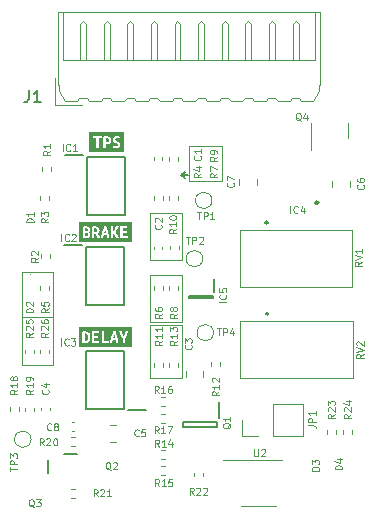
<source format=gbr>
%TF.GenerationSoftware,KiCad,Pcbnew,(6.0.8)*%
%TF.CreationDate,2023-06-01T04:28:43+02:00*%
%TF.ProjectId,BSPD-07,42535044-2d30-4372-9e6b-696361645f70,rev?*%
%TF.SameCoordinates,Original*%
%TF.FileFunction,Legend,Top*%
%TF.FilePolarity,Positive*%
%FSLAX46Y46*%
G04 Gerber Fmt 4.6, Leading zero omitted, Abs format (unit mm)*
G04 Created by KiCad (PCBNEW (6.0.8)) date 2023-06-01 04:28:43*
%MOMM*%
%LPD*%
G01*
G04 APERTURE LIST*
%ADD10C,0.150000*%
%ADD11C,0.100000*%
%ADD12C,0.120000*%
%ADD13C,0.200000*%
%ADD14C,0.250000*%
G04 APERTURE END LIST*
D10*
X163471600Y-106705400D02*
X163776400Y-106959400D01*
X163776400Y-106451400D02*
X163471600Y-106705400D01*
X164081200Y-106705400D02*
X163471600Y-106705400D01*
D11*
X160880800Y-109931200D02*
X163522400Y-109931200D01*
X163522400Y-109931200D02*
X163522400Y-113893600D01*
X163522400Y-113893600D02*
X160880800Y-113893600D01*
X160880800Y-113893600D02*
X160880800Y-109931200D01*
X164132000Y-104267000D02*
X166926000Y-104267000D01*
X166926000Y-104267000D02*
X166926000Y-107213400D01*
X166926000Y-107213400D02*
X164132000Y-107213400D01*
X164132000Y-107213400D02*
X164132000Y-104267000D01*
X150009600Y-114922300D02*
X152651200Y-114922300D01*
X152651200Y-114922300D02*
X152651200Y-118681500D01*
X152651200Y-118681500D02*
X150009600Y-118681500D01*
X150009600Y-118681500D02*
X150009600Y-114922300D01*
X160880800Y-119405400D02*
X163522400Y-119405400D01*
X163522400Y-119405400D02*
X163522400Y-123875800D01*
X163522400Y-123875800D02*
X160880800Y-123875800D01*
X160880800Y-123875800D02*
X160880800Y-119405400D01*
X160880800Y-115163600D02*
X163522400Y-115163600D01*
X163522400Y-115163600D02*
X163522400Y-119126000D01*
X163522400Y-119126000D02*
X160880800Y-119126000D01*
X160880800Y-119126000D02*
X160880800Y-115163600D01*
X150009600Y-118694200D02*
X152651200Y-118694200D01*
X152651200Y-118694200D02*
X152651200Y-122732800D01*
X152651200Y-122732800D02*
X150009600Y-122732800D01*
X150009600Y-122732800D02*
X150009600Y-118694200D01*
%TO.C,TP2*%
X163901457Y-111914028D02*
X164244314Y-111914028D01*
X164072885Y-112514028D02*
X164072885Y-111914028D01*
X164444314Y-112514028D02*
X164444314Y-111914028D01*
X164672885Y-111914028D01*
X164730028Y-111942600D01*
X164758600Y-111971171D01*
X164787171Y-112028314D01*
X164787171Y-112114028D01*
X164758600Y-112171171D01*
X164730028Y-112199742D01*
X164672885Y-112228314D01*
X164444314Y-112228314D01*
X165015742Y-111971171D02*
X165044314Y-111942600D01*
X165101457Y-111914028D01*
X165244314Y-111914028D01*
X165301457Y-111942600D01*
X165330028Y-111971171D01*
X165358600Y-112028314D01*
X165358600Y-112085457D01*
X165330028Y-112171171D01*
X164987171Y-112514028D01*
X165358600Y-112514028D01*
%TO.C,R18*%
X149620628Y-124864800D02*
X149334914Y-125064800D01*
X149620628Y-125207657D02*
X149020628Y-125207657D01*
X149020628Y-124979086D01*
X149049200Y-124921943D01*
X149077771Y-124893371D01*
X149134914Y-124864800D01*
X149220628Y-124864800D01*
X149277771Y-124893371D01*
X149306342Y-124921943D01*
X149334914Y-124979086D01*
X149334914Y-125207657D01*
X149620628Y-124293371D02*
X149620628Y-124636228D01*
X149620628Y-124464800D02*
X149020628Y-124464800D01*
X149106342Y-124521943D01*
X149163485Y-124579086D01*
X149192057Y-124636228D01*
X149277771Y-123950514D02*
X149249200Y-124007657D01*
X149220628Y-124036228D01*
X149163485Y-124064800D01*
X149134914Y-124064800D01*
X149077771Y-124036228D01*
X149049200Y-124007657D01*
X149020628Y-123950514D01*
X149020628Y-123836228D01*
X149049200Y-123779086D01*
X149077771Y-123750514D01*
X149134914Y-123721943D01*
X149163485Y-123721943D01*
X149220628Y-123750514D01*
X149249200Y-123779086D01*
X149277771Y-123836228D01*
X149277771Y-123950514D01*
X149306342Y-124007657D01*
X149334914Y-124036228D01*
X149392057Y-124064800D01*
X149506342Y-124064800D01*
X149563485Y-124036228D01*
X149592057Y-124007657D01*
X149620628Y-123950514D01*
X149620628Y-123836228D01*
X149592057Y-123779086D01*
X149563485Y-123750514D01*
X149506342Y-123721943D01*
X149392057Y-123721943D01*
X149334914Y-123750514D01*
X149306342Y-123779086D01*
X149277771Y-123836228D01*
%TO.C,R23*%
X176493828Y-126935514D02*
X176208114Y-127135514D01*
X176493828Y-127278371D02*
X175893828Y-127278371D01*
X175893828Y-127049800D01*
X175922400Y-126992657D01*
X175950971Y-126964085D01*
X176008114Y-126935514D01*
X176093828Y-126935514D01*
X176150971Y-126964085D01*
X176179542Y-126992657D01*
X176208114Y-127049800D01*
X176208114Y-127278371D01*
X175950971Y-126706942D02*
X175922400Y-126678371D01*
X175893828Y-126621228D01*
X175893828Y-126478371D01*
X175922400Y-126421228D01*
X175950971Y-126392657D01*
X176008114Y-126364085D01*
X176065257Y-126364085D01*
X176150971Y-126392657D01*
X176493828Y-126735514D01*
X176493828Y-126364085D01*
X175893828Y-126164085D02*
X175893828Y-125792657D01*
X176122400Y-125992657D01*
X176122400Y-125906942D01*
X176150971Y-125849800D01*
X176179542Y-125821228D01*
X176236685Y-125792657D01*
X176379542Y-125792657D01*
X176436685Y-125821228D01*
X176465257Y-125849800D01*
X176493828Y-125906942D01*
X176493828Y-126078371D01*
X176465257Y-126135514D01*
X176436685Y-126164085D01*
%TO.C,R15*%
X161614685Y-133037228D02*
X161414685Y-132751514D01*
X161271828Y-133037228D02*
X161271828Y-132437228D01*
X161500400Y-132437228D01*
X161557542Y-132465800D01*
X161586114Y-132494371D01*
X161614685Y-132551514D01*
X161614685Y-132637228D01*
X161586114Y-132694371D01*
X161557542Y-132722942D01*
X161500400Y-132751514D01*
X161271828Y-132751514D01*
X162186114Y-133037228D02*
X161843257Y-133037228D01*
X162014685Y-133037228D02*
X162014685Y-132437228D01*
X161957542Y-132522942D01*
X161900400Y-132580085D01*
X161843257Y-132608657D01*
X162728971Y-132437228D02*
X162443257Y-132437228D01*
X162414685Y-132722942D01*
X162443257Y-132694371D01*
X162500400Y-132665800D01*
X162643257Y-132665800D01*
X162700400Y-132694371D01*
X162728971Y-132722942D01*
X162757542Y-132780085D01*
X162757542Y-132922942D01*
X162728971Y-132980085D01*
X162700400Y-133008657D01*
X162643257Y-133037228D01*
X162500400Y-133037228D01*
X162443257Y-133008657D01*
X162414685Y-132980085D01*
%TO.C,C5*%
X159891800Y-128763685D02*
X159863228Y-128792257D01*
X159777514Y-128820828D01*
X159720371Y-128820828D01*
X159634657Y-128792257D01*
X159577514Y-128735114D01*
X159548942Y-128677971D01*
X159520371Y-128563685D01*
X159520371Y-128477971D01*
X159548942Y-128363685D01*
X159577514Y-128306542D01*
X159634657Y-128249400D01*
X159720371Y-128220828D01*
X159777514Y-128220828D01*
X159863228Y-128249400D01*
X159891800Y-128277971D01*
X160434657Y-128220828D02*
X160148942Y-128220828D01*
X160120371Y-128506542D01*
X160148942Y-128477971D01*
X160206085Y-128449400D01*
X160348942Y-128449400D01*
X160406085Y-128477971D01*
X160434657Y-128506542D01*
X160463228Y-128563685D01*
X160463228Y-128706542D01*
X160434657Y-128763685D01*
X160406085Y-128792257D01*
X160348942Y-128820828D01*
X160206085Y-128820828D01*
X160148942Y-128792257D01*
X160120371Y-128763685D01*
%TO.C,D2*%
X150942228Y-118324257D02*
X150342228Y-118324257D01*
X150342228Y-118181400D01*
X150370800Y-118095685D01*
X150427942Y-118038542D01*
X150485085Y-118009971D01*
X150599371Y-117981400D01*
X150685085Y-117981400D01*
X150799371Y-118009971D01*
X150856514Y-118038542D01*
X150913657Y-118095685D01*
X150942228Y-118181400D01*
X150942228Y-118324257D01*
X150399371Y-117752828D02*
X150370800Y-117724257D01*
X150342228Y-117667114D01*
X150342228Y-117524257D01*
X150370800Y-117467114D01*
X150399371Y-117438542D01*
X150456514Y-117409971D01*
X150513657Y-117409971D01*
X150599371Y-117438542D01*
X150942228Y-117781400D01*
X150942228Y-117409971D01*
%TO.C,R4*%
X165165428Y-106551400D02*
X164879714Y-106751400D01*
X165165428Y-106894257D02*
X164565428Y-106894257D01*
X164565428Y-106665685D01*
X164594000Y-106608542D01*
X164622571Y-106579971D01*
X164679714Y-106551400D01*
X164765428Y-106551400D01*
X164822571Y-106579971D01*
X164851142Y-106608542D01*
X164879714Y-106665685D01*
X164879714Y-106894257D01*
X164765428Y-106037114D02*
X165165428Y-106037114D01*
X164536857Y-106179971D02*
X164965428Y-106322828D01*
X164965428Y-105951400D01*
%TO.C,RV1*%
X178779828Y-114022142D02*
X178494114Y-114222142D01*
X178779828Y-114365000D02*
X178179828Y-114365000D01*
X178179828Y-114136428D01*
X178208400Y-114079285D01*
X178236971Y-114050714D01*
X178294114Y-114022142D01*
X178379828Y-114022142D01*
X178436971Y-114050714D01*
X178465542Y-114079285D01*
X178494114Y-114136428D01*
X178494114Y-114365000D01*
X178179828Y-113850714D02*
X178779828Y-113650714D01*
X178179828Y-113450714D01*
X178779828Y-112936428D02*
X178779828Y-113279285D01*
X178779828Y-113107857D02*
X178179828Y-113107857D01*
X178265542Y-113165000D01*
X178322685Y-113222142D01*
X178351257Y-113279285D01*
%TO.C,IC1*%
X153462485Y-104665428D02*
X153462485Y-104065428D01*
X154091057Y-104608285D02*
X154062485Y-104636857D01*
X153976771Y-104665428D01*
X153919628Y-104665428D01*
X153833914Y-104636857D01*
X153776771Y-104579714D01*
X153748200Y-104522571D01*
X153719628Y-104408285D01*
X153719628Y-104322571D01*
X153748200Y-104208285D01*
X153776771Y-104151142D01*
X153833914Y-104094000D01*
X153919628Y-104065428D01*
X153976771Y-104065428D01*
X154062485Y-104094000D01*
X154091057Y-104122571D01*
X154662485Y-104665428D02*
X154319628Y-104665428D01*
X154491057Y-104665428D02*
X154491057Y-104065428D01*
X154433914Y-104151142D01*
X154376771Y-104208285D01*
X154319628Y-104236857D01*
%TO.C,C4*%
X152230485Y-124864800D02*
X152259057Y-124893371D01*
X152287628Y-124979085D01*
X152287628Y-125036228D01*
X152259057Y-125121942D01*
X152201914Y-125179085D01*
X152144771Y-125207657D01*
X152030485Y-125236228D01*
X151944771Y-125236228D01*
X151830485Y-125207657D01*
X151773342Y-125179085D01*
X151716200Y-125121942D01*
X151687628Y-125036228D01*
X151687628Y-124979085D01*
X151716200Y-124893371D01*
X151744771Y-124864800D01*
X151887628Y-124350514D02*
X152287628Y-124350514D01*
X151659057Y-124493371D02*
X152087628Y-124636228D01*
X152087628Y-124264800D01*
%TO.C,C3*%
X164320885Y-121080200D02*
X164349457Y-121108771D01*
X164378028Y-121194485D01*
X164378028Y-121251628D01*
X164349457Y-121337342D01*
X164292314Y-121394485D01*
X164235171Y-121423057D01*
X164120885Y-121451628D01*
X164035171Y-121451628D01*
X163920885Y-121423057D01*
X163863742Y-121394485D01*
X163806600Y-121337342D01*
X163778028Y-121251628D01*
X163778028Y-121194485D01*
X163806600Y-121108771D01*
X163835171Y-121080200D01*
X163778028Y-120880200D02*
X163778028Y-120508771D01*
X164006600Y-120708771D01*
X164006600Y-120623057D01*
X164035171Y-120565914D01*
X164063742Y-120537342D01*
X164120885Y-120508771D01*
X164263742Y-120508771D01*
X164320885Y-120537342D01*
X164349457Y-120565914D01*
X164378028Y-120623057D01*
X164378028Y-120794485D01*
X164349457Y-120851628D01*
X164320885Y-120880200D01*
%TO.C,R5*%
X152262228Y-117981400D02*
X151976514Y-118181400D01*
X152262228Y-118324257D02*
X151662228Y-118324257D01*
X151662228Y-118095685D01*
X151690800Y-118038542D01*
X151719371Y-118009971D01*
X151776514Y-117981400D01*
X151862228Y-117981400D01*
X151919371Y-118009971D01*
X151947942Y-118038542D01*
X151976514Y-118095685D01*
X151976514Y-118324257D01*
X151662228Y-117438542D02*
X151662228Y-117724257D01*
X151947942Y-117752828D01*
X151919371Y-117724257D01*
X151890800Y-117667114D01*
X151890800Y-117524257D01*
X151919371Y-117467114D01*
X151947942Y-117438542D01*
X152005085Y-117409971D01*
X152147942Y-117409971D01*
X152205085Y-117438542D01*
X152233657Y-117467114D01*
X152262228Y-117524257D01*
X152262228Y-117667114D01*
X152233657Y-117724257D01*
X152205085Y-117752828D01*
%TO.C,R12*%
X166696228Y-124998114D02*
X166410514Y-125198114D01*
X166696228Y-125340971D02*
X166096228Y-125340971D01*
X166096228Y-125112400D01*
X166124800Y-125055257D01*
X166153371Y-125026685D01*
X166210514Y-124998114D01*
X166296228Y-124998114D01*
X166353371Y-125026685D01*
X166381942Y-125055257D01*
X166410514Y-125112400D01*
X166410514Y-125340971D01*
X166696228Y-124426685D02*
X166696228Y-124769542D01*
X166696228Y-124598114D02*
X166096228Y-124598114D01*
X166181942Y-124655257D01*
X166239085Y-124712400D01*
X166267657Y-124769542D01*
X166153371Y-124198114D02*
X166124800Y-124169542D01*
X166096228Y-124112400D01*
X166096228Y-123969542D01*
X166124800Y-123912400D01*
X166153371Y-123883828D01*
X166210514Y-123855257D01*
X166267657Y-123855257D01*
X166353371Y-123883828D01*
X166696228Y-124226685D01*
X166696228Y-123855257D01*
%TO.C,R7*%
X166537028Y-106551400D02*
X166251314Y-106751400D01*
X166537028Y-106894257D02*
X165937028Y-106894257D01*
X165937028Y-106665685D01*
X165965600Y-106608542D01*
X165994171Y-106579971D01*
X166051314Y-106551400D01*
X166137028Y-106551400D01*
X166194171Y-106579971D01*
X166222742Y-106608542D01*
X166251314Y-106665685D01*
X166251314Y-106894257D01*
X165937028Y-106351400D02*
X165937028Y-105951400D01*
X166537028Y-106208542D01*
%TO.C,R20*%
X151859085Y-129582828D02*
X151659085Y-129297114D01*
X151516228Y-129582828D02*
X151516228Y-128982828D01*
X151744800Y-128982828D01*
X151801942Y-129011400D01*
X151830514Y-129039971D01*
X151859085Y-129097114D01*
X151859085Y-129182828D01*
X151830514Y-129239971D01*
X151801942Y-129268542D01*
X151744800Y-129297114D01*
X151516228Y-129297114D01*
X152087657Y-129039971D02*
X152116228Y-129011400D01*
X152173371Y-128982828D01*
X152316228Y-128982828D01*
X152373371Y-129011400D01*
X152401942Y-129039971D01*
X152430514Y-129097114D01*
X152430514Y-129154257D01*
X152401942Y-129239971D01*
X152059085Y-129582828D01*
X152430514Y-129582828D01*
X152801942Y-128982828D02*
X152859085Y-128982828D01*
X152916228Y-129011400D01*
X152944800Y-129039971D01*
X152973371Y-129097114D01*
X153001942Y-129211400D01*
X153001942Y-129354257D01*
X152973371Y-129468542D01*
X152944800Y-129525685D01*
X152916228Y-129554257D01*
X152859085Y-129582828D01*
X152801942Y-129582828D01*
X152744800Y-129554257D01*
X152716228Y-129525685D01*
X152687657Y-129468542D01*
X152659085Y-129354257D01*
X152659085Y-129211400D01*
X152687657Y-129097114D01*
X152716228Y-129039971D01*
X152744800Y-129011400D01*
X152801942Y-128982828D01*
%TO.C,D4*%
X177103428Y-131615457D02*
X176503428Y-131615457D01*
X176503428Y-131472600D01*
X176532000Y-131386885D01*
X176589142Y-131329742D01*
X176646285Y-131301171D01*
X176760571Y-131272600D01*
X176846285Y-131272600D01*
X176960571Y-131301171D01*
X177017714Y-131329742D01*
X177074857Y-131386885D01*
X177103428Y-131472600D01*
X177103428Y-131615457D01*
X176703428Y-130758314D02*
X177103428Y-130758314D01*
X176474857Y-130901171D02*
X176903428Y-131044028D01*
X176903428Y-130672600D01*
%TO.C,D3*%
X175173028Y-131717057D02*
X174573028Y-131717057D01*
X174573028Y-131574200D01*
X174601600Y-131488485D01*
X174658742Y-131431342D01*
X174715885Y-131402771D01*
X174830171Y-131374200D01*
X174915885Y-131374200D01*
X175030171Y-131402771D01*
X175087314Y-131431342D01*
X175144457Y-131488485D01*
X175173028Y-131574200D01*
X175173028Y-131717057D01*
X174573028Y-131174200D02*
X174573028Y-130802771D01*
X174801600Y-131002771D01*
X174801600Y-130917057D01*
X174830171Y-130859914D01*
X174858742Y-130831342D01*
X174915885Y-130802771D01*
X175058742Y-130802771D01*
X175115885Y-130831342D01*
X175144457Y-130859914D01*
X175173028Y-130917057D01*
X175173028Y-131088485D01*
X175144457Y-131145628D01*
X175115885Y-131174200D01*
%TO.C,R11*%
X161863428Y-120705514D02*
X161577714Y-120905514D01*
X161863428Y-121048371D02*
X161263428Y-121048371D01*
X161263428Y-120819800D01*
X161292000Y-120762657D01*
X161320571Y-120734085D01*
X161377714Y-120705514D01*
X161463428Y-120705514D01*
X161520571Y-120734085D01*
X161549142Y-120762657D01*
X161577714Y-120819800D01*
X161577714Y-121048371D01*
X161863428Y-120134085D02*
X161863428Y-120476942D01*
X161863428Y-120305514D02*
X161263428Y-120305514D01*
X161349142Y-120362657D01*
X161406285Y-120419800D01*
X161434857Y-120476942D01*
X161863428Y-119562657D02*
X161863428Y-119905514D01*
X161863428Y-119734085D02*
X161263428Y-119734085D01*
X161349142Y-119791228D01*
X161406285Y-119848371D01*
X161434857Y-119905514D01*
%TO.C,R21*%
X156431085Y-133900828D02*
X156231085Y-133615114D01*
X156088228Y-133900828D02*
X156088228Y-133300828D01*
X156316800Y-133300828D01*
X156373942Y-133329400D01*
X156402514Y-133357971D01*
X156431085Y-133415114D01*
X156431085Y-133500828D01*
X156402514Y-133557971D01*
X156373942Y-133586542D01*
X156316800Y-133615114D01*
X156088228Y-133615114D01*
X156659657Y-133357971D02*
X156688228Y-133329400D01*
X156745371Y-133300828D01*
X156888228Y-133300828D01*
X156945371Y-133329400D01*
X156973942Y-133357971D01*
X157002514Y-133415114D01*
X157002514Y-133472257D01*
X156973942Y-133557971D01*
X156631085Y-133900828D01*
X157002514Y-133900828D01*
X157573942Y-133900828D02*
X157231085Y-133900828D01*
X157402514Y-133900828D02*
X157402514Y-133300828D01*
X157345371Y-133386542D01*
X157288228Y-133443685D01*
X157231085Y-133472257D01*
%TO.C,IC2*%
X153360885Y-112285428D02*
X153360885Y-111685428D01*
X153989457Y-112228285D02*
X153960885Y-112256857D01*
X153875171Y-112285428D01*
X153818028Y-112285428D01*
X153732314Y-112256857D01*
X153675171Y-112199714D01*
X153646600Y-112142571D01*
X153618028Y-112028285D01*
X153618028Y-111942571D01*
X153646600Y-111828285D01*
X153675171Y-111771142D01*
X153732314Y-111714000D01*
X153818028Y-111685428D01*
X153875171Y-111685428D01*
X153960885Y-111714000D01*
X153989457Y-111742571D01*
X154218028Y-111742571D02*
X154246600Y-111714000D01*
X154303742Y-111685428D01*
X154446600Y-111685428D01*
X154503742Y-111714000D01*
X154532314Y-111742571D01*
X154560885Y-111799714D01*
X154560885Y-111856857D01*
X154532314Y-111942571D01*
X154189457Y-112285428D01*
X154560885Y-112285428D01*
%TO.C,IC4*%
X172741085Y-109897828D02*
X172741085Y-109297828D01*
X173369657Y-109840685D02*
X173341085Y-109869257D01*
X173255371Y-109897828D01*
X173198228Y-109897828D01*
X173112514Y-109869257D01*
X173055371Y-109812114D01*
X173026800Y-109754971D01*
X172998228Y-109640685D01*
X172998228Y-109554971D01*
X173026800Y-109440685D01*
X173055371Y-109383542D01*
X173112514Y-109326400D01*
X173198228Y-109297828D01*
X173255371Y-109297828D01*
X173341085Y-109326400D01*
X173369657Y-109354971D01*
X173883942Y-109497828D02*
X173883942Y-109897828D01*
X173741085Y-109269257D02*
X173598228Y-109697828D01*
X173969657Y-109697828D01*
%TO.C,C2*%
X161780885Y-110894800D02*
X161809457Y-110923371D01*
X161838028Y-111009085D01*
X161838028Y-111066228D01*
X161809457Y-111151942D01*
X161752314Y-111209085D01*
X161695171Y-111237657D01*
X161580885Y-111266228D01*
X161495171Y-111266228D01*
X161380885Y-111237657D01*
X161323742Y-111209085D01*
X161266600Y-111151942D01*
X161238028Y-111066228D01*
X161238028Y-111009085D01*
X161266600Y-110923371D01*
X161295171Y-110894800D01*
X161295171Y-110666228D02*
X161266600Y-110637657D01*
X161238028Y-110580514D01*
X161238028Y-110437657D01*
X161266600Y-110380514D01*
X161295171Y-110351942D01*
X161352314Y-110323371D01*
X161409457Y-110323371D01*
X161495171Y-110351942D01*
X161838028Y-110694800D01*
X161838028Y-110323371D01*
%TO.C,D1*%
X150992228Y-110704257D02*
X150392228Y-110704257D01*
X150392228Y-110561400D01*
X150420800Y-110475685D01*
X150477942Y-110418542D01*
X150535085Y-110389971D01*
X150649371Y-110361400D01*
X150735085Y-110361400D01*
X150849371Y-110389971D01*
X150906514Y-110418542D01*
X150963657Y-110475685D01*
X150992228Y-110561400D01*
X150992228Y-110704257D01*
X150992228Y-109789971D02*
X150992228Y-110132828D01*
X150992228Y-109961400D02*
X150392228Y-109961400D01*
X150477942Y-110018542D01*
X150535085Y-110075685D01*
X150563657Y-110132828D01*
%TO.C,C6*%
X178929485Y-107516600D02*
X178958057Y-107545171D01*
X178986628Y-107630885D01*
X178986628Y-107688028D01*
X178958057Y-107773742D01*
X178900914Y-107830885D01*
X178843771Y-107859457D01*
X178729485Y-107888028D01*
X178643771Y-107888028D01*
X178529485Y-107859457D01*
X178472342Y-107830885D01*
X178415200Y-107773742D01*
X178386628Y-107688028D01*
X178386628Y-107630885D01*
X178415200Y-107545171D01*
X178443771Y-107516600D01*
X178386628Y-107002314D02*
X178386628Y-107116600D01*
X178415200Y-107173742D01*
X178443771Y-107202314D01*
X178529485Y-107259457D01*
X178643771Y-107288028D01*
X178872342Y-107288028D01*
X178929485Y-107259457D01*
X178958057Y-107230885D01*
X178986628Y-107173742D01*
X178986628Y-107059457D01*
X178958057Y-107002314D01*
X178929485Y-106973742D01*
X178872342Y-106945171D01*
X178729485Y-106945171D01*
X178672342Y-106973742D01*
X178643771Y-107002314D01*
X178615200Y-107059457D01*
X178615200Y-107173742D01*
X178643771Y-107230885D01*
X178672342Y-107259457D01*
X178729485Y-107288028D01*
%TO.C,R9*%
X166537028Y-105129000D02*
X166251314Y-105329000D01*
X166537028Y-105471857D02*
X165937028Y-105471857D01*
X165937028Y-105243285D01*
X165965600Y-105186142D01*
X165994171Y-105157571D01*
X166051314Y-105129000D01*
X166137028Y-105129000D01*
X166194171Y-105157571D01*
X166222742Y-105186142D01*
X166251314Y-105243285D01*
X166251314Y-105471857D01*
X166537028Y-104843285D02*
X166537028Y-104729000D01*
X166508457Y-104671857D01*
X166479885Y-104643285D01*
X166394171Y-104586142D01*
X166279885Y-104557571D01*
X166051314Y-104557571D01*
X165994171Y-104586142D01*
X165965600Y-104614714D01*
X165937028Y-104671857D01*
X165937028Y-104786142D01*
X165965600Y-104843285D01*
X165994171Y-104871857D01*
X166051314Y-104900428D01*
X166194171Y-104900428D01*
X166251314Y-104871857D01*
X166279885Y-104843285D01*
X166308457Y-104786142D01*
X166308457Y-104671857D01*
X166279885Y-104614714D01*
X166251314Y-104586142D01*
X166194171Y-104557571D01*
%TO.C,IC5*%
X167331228Y-117451114D02*
X166731228Y-117451114D01*
X167274085Y-116822542D02*
X167302657Y-116851114D01*
X167331228Y-116936828D01*
X167331228Y-116993971D01*
X167302657Y-117079685D01*
X167245514Y-117136828D01*
X167188371Y-117165400D01*
X167074085Y-117193971D01*
X166988371Y-117193971D01*
X166874085Y-117165400D01*
X166816942Y-117136828D01*
X166759800Y-117079685D01*
X166731228Y-116993971D01*
X166731228Y-116936828D01*
X166759800Y-116851114D01*
X166788371Y-116822542D01*
X166731228Y-116279685D02*
X166731228Y-116565400D01*
X167016942Y-116593971D01*
X166988371Y-116565400D01*
X166959800Y-116508257D01*
X166959800Y-116365400D01*
X166988371Y-116308257D01*
X167016942Y-116279685D01*
X167074085Y-116251114D01*
X167216942Y-116251114D01*
X167274085Y-116279685D01*
X167302657Y-116308257D01*
X167331228Y-116365400D01*
X167331228Y-116508257D01*
X167302657Y-116565400D01*
X167274085Y-116593971D01*
%TO.C,IC3*%
X153335485Y-121124628D02*
X153335485Y-120524628D01*
X153964057Y-121067485D02*
X153935485Y-121096057D01*
X153849771Y-121124628D01*
X153792628Y-121124628D01*
X153706914Y-121096057D01*
X153649771Y-121038914D01*
X153621200Y-120981771D01*
X153592628Y-120867485D01*
X153592628Y-120781771D01*
X153621200Y-120667485D01*
X153649771Y-120610342D01*
X153706914Y-120553200D01*
X153792628Y-120524628D01*
X153849771Y-120524628D01*
X153935485Y-120553200D01*
X153964057Y-120581771D01*
X154164057Y-120524628D02*
X154535485Y-120524628D01*
X154335485Y-120753200D01*
X154421200Y-120753200D01*
X154478342Y-120781771D01*
X154506914Y-120810342D01*
X154535485Y-120867485D01*
X154535485Y-121010342D01*
X154506914Y-121067485D01*
X154478342Y-121096057D01*
X154421200Y-121124628D01*
X154249771Y-121124628D01*
X154192628Y-121096057D01*
X154164057Y-121067485D01*
%TO.C,TP1*%
X164848057Y-109831228D02*
X165190914Y-109831228D01*
X165019485Y-110431228D02*
X165019485Y-109831228D01*
X165390914Y-110431228D02*
X165390914Y-109831228D01*
X165619485Y-109831228D01*
X165676628Y-109859800D01*
X165705200Y-109888371D01*
X165733771Y-109945514D01*
X165733771Y-110031228D01*
X165705200Y-110088371D01*
X165676628Y-110116942D01*
X165619485Y-110145514D01*
X165390914Y-110145514D01*
X166305200Y-110431228D02*
X165962342Y-110431228D01*
X166133771Y-110431228D02*
X166133771Y-109831228D01*
X166076628Y-109916942D01*
X166019485Y-109974085D01*
X165962342Y-110002657D01*
%TO.C,U2*%
X169669257Y-129897228D02*
X169669257Y-130382942D01*
X169697828Y-130440085D01*
X169726400Y-130468657D01*
X169783542Y-130497228D01*
X169897828Y-130497228D01*
X169954971Y-130468657D01*
X169983542Y-130440085D01*
X170012114Y-130382942D01*
X170012114Y-129897228D01*
X170269257Y-129954371D02*
X170297828Y-129925800D01*
X170354971Y-129897228D01*
X170497828Y-129897228D01*
X170554971Y-129925800D01*
X170583542Y-129954371D01*
X170612114Y-130011514D01*
X170612114Y-130068657D01*
X170583542Y-130154371D01*
X170240685Y-130497228D01*
X170612114Y-130497228D01*
%TO.C,R26*%
X152211428Y-120045114D02*
X151925714Y-120245114D01*
X152211428Y-120387971D02*
X151611428Y-120387971D01*
X151611428Y-120159400D01*
X151640000Y-120102257D01*
X151668571Y-120073685D01*
X151725714Y-120045114D01*
X151811428Y-120045114D01*
X151868571Y-120073685D01*
X151897142Y-120102257D01*
X151925714Y-120159400D01*
X151925714Y-120387971D01*
X151668571Y-119816542D02*
X151640000Y-119787971D01*
X151611428Y-119730828D01*
X151611428Y-119587971D01*
X151640000Y-119530828D01*
X151668571Y-119502257D01*
X151725714Y-119473685D01*
X151782857Y-119473685D01*
X151868571Y-119502257D01*
X152211428Y-119845114D01*
X152211428Y-119473685D01*
X151611428Y-118959400D02*
X151611428Y-119073685D01*
X151640000Y-119130828D01*
X151668571Y-119159400D01*
X151754285Y-119216542D01*
X151868571Y-119245114D01*
X152097142Y-119245114D01*
X152154285Y-119216542D01*
X152182857Y-119187971D01*
X152211428Y-119130828D01*
X152211428Y-119016542D01*
X152182857Y-118959400D01*
X152154285Y-118930828D01*
X152097142Y-118902257D01*
X151954285Y-118902257D01*
X151897142Y-118930828D01*
X151868571Y-118959400D01*
X151840000Y-119016542D01*
X151840000Y-119130828D01*
X151868571Y-119187971D01*
X151897142Y-119216542D01*
X151954285Y-119245114D01*
%TO.C,R10*%
X163082628Y-111256714D02*
X162796914Y-111456714D01*
X163082628Y-111599571D02*
X162482628Y-111599571D01*
X162482628Y-111371000D01*
X162511200Y-111313857D01*
X162539771Y-111285285D01*
X162596914Y-111256714D01*
X162682628Y-111256714D01*
X162739771Y-111285285D01*
X162768342Y-111313857D01*
X162796914Y-111371000D01*
X162796914Y-111599571D01*
X163082628Y-110685285D02*
X163082628Y-111028142D01*
X163082628Y-110856714D02*
X162482628Y-110856714D01*
X162568342Y-110913857D01*
X162625485Y-110971000D01*
X162654057Y-111028142D01*
X162482628Y-110313857D02*
X162482628Y-110256714D01*
X162511200Y-110199571D01*
X162539771Y-110171000D01*
X162596914Y-110142428D01*
X162711200Y-110113857D01*
X162854057Y-110113857D01*
X162968342Y-110142428D01*
X163025485Y-110171000D01*
X163054057Y-110199571D01*
X163082628Y-110256714D01*
X163082628Y-110313857D01*
X163054057Y-110371000D01*
X163025485Y-110399571D01*
X162968342Y-110428142D01*
X162854057Y-110456714D01*
X162711200Y-110456714D01*
X162596914Y-110428142D01*
X162539771Y-110399571D01*
X162511200Y-110371000D01*
X162482628Y-110313857D01*
%TO.C,RV2*%
X178932228Y-121845342D02*
X178646514Y-122045342D01*
X178932228Y-122188200D02*
X178332228Y-122188200D01*
X178332228Y-121959628D01*
X178360800Y-121902485D01*
X178389371Y-121873914D01*
X178446514Y-121845342D01*
X178532228Y-121845342D01*
X178589371Y-121873914D01*
X178617942Y-121902485D01*
X178646514Y-121959628D01*
X178646514Y-122188200D01*
X178332228Y-121673914D02*
X178932228Y-121473914D01*
X178332228Y-121273914D01*
X178389371Y-121102485D02*
X178360800Y-121073914D01*
X178332228Y-121016771D01*
X178332228Y-120873914D01*
X178360800Y-120816771D01*
X178389371Y-120788200D01*
X178446514Y-120759628D01*
X178503657Y-120759628D01*
X178589371Y-120788200D01*
X178932228Y-121131057D01*
X178932228Y-120759628D01*
%TO.C,R16*%
X161587285Y-125137828D02*
X161387285Y-124852114D01*
X161244428Y-125137828D02*
X161244428Y-124537828D01*
X161473000Y-124537828D01*
X161530142Y-124566400D01*
X161558714Y-124594971D01*
X161587285Y-124652114D01*
X161587285Y-124737828D01*
X161558714Y-124794971D01*
X161530142Y-124823542D01*
X161473000Y-124852114D01*
X161244428Y-124852114D01*
X162158714Y-125137828D02*
X161815857Y-125137828D01*
X161987285Y-125137828D02*
X161987285Y-124537828D01*
X161930142Y-124623542D01*
X161873000Y-124680685D01*
X161815857Y-124709257D01*
X162673000Y-124537828D02*
X162558714Y-124537828D01*
X162501571Y-124566400D01*
X162473000Y-124594971D01*
X162415857Y-124680685D01*
X162387285Y-124794971D01*
X162387285Y-125023542D01*
X162415857Y-125080685D01*
X162444428Y-125109257D01*
X162501571Y-125137828D01*
X162615857Y-125137828D01*
X162673000Y-125109257D01*
X162701571Y-125080685D01*
X162730142Y-125023542D01*
X162730142Y-124880685D01*
X162701571Y-124823542D01*
X162673000Y-124794971D01*
X162615857Y-124766400D01*
X162501571Y-124766400D01*
X162444428Y-124794971D01*
X162415857Y-124823542D01*
X162387285Y-124880685D01*
%TO.C,TP3*%
X148995228Y-131719542D02*
X148995228Y-131376685D01*
X149595228Y-131548114D02*
X148995228Y-131548114D01*
X149595228Y-131176685D02*
X148995228Y-131176685D01*
X148995228Y-130948114D01*
X149023800Y-130890971D01*
X149052371Y-130862400D01*
X149109514Y-130833828D01*
X149195228Y-130833828D01*
X149252371Y-130862400D01*
X149280942Y-130890971D01*
X149309514Y-130948114D01*
X149309514Y-131176685D01*
X148995228Y-130633828D02*
X148995228Y-130262400D01*
X149223800Y-130462400D01*
X149223800Y-130376685D01*
X149252371Y-130319542D01*
X149280942Y-130290971D01*
X149338085Y-130262400D01*
X149480942Y-130262400D01*
X149538085Y-130290971D01*
X149566657Y-130319542D01*
X149595228Y-130376685D01*
X149595228Y-130548114D01*
X149566657Y-130605257D01*
X149538085Y-130633828D01*
%TO.C,R14*%
X161614685Y-129684428D02*
X161414685Y-129398714D01*
X161271828Y-129684428D02*
X161271828Y-129084428D01*
X161500400Y-129084428D01*
X161557542Y-129113000D01*
X161586114Y-129141571D01*
X161614685Y-129198714D01*
X161614685Y-129284428D01*
X161586114Y-129341571D01*
X161557542Y-129370142D01*
X161500400Y-129398714D01*
X161271828Y-129398714D01*
X162186114Y-129684428D02*
X161843257Y-129684428D01*
X162014685Y-129684428D02*
X162014685Y-129084428D01*
X161957542Y-129170142D01*
X161900400Y-129227285D01*
X161843257Y-129255857D01*
X162700400Y-129284428D02*
X162700400Y-129684428D01*
X162557542Y-129055857D02*
X162414685Y-129484428D01*
X162786114Y-129484428D01*
%TO.C,R8*%
X163140228Y-118438600D02*
X162854514Y-118638600D01*
X163140228Y-118781457D02*
X162540228Y-118781457D01*
X162540228Y-118552885D01*
X162568800Y-118495742D01*
X162597371Y-118467171D01*
X162654514Y-118438600D01*
X162740228Y-118438600D01*
X162797371Y-118467171D01*
X162825942Y-118495742D01*
X162854514Y-118552885D01*
X162854514Y-118781457D01*
X162797371Y-118095742D02*
X162768800Y-118152885D01*
X162740228Y-118181457D01*
X162683085Y-118210028D01*
X162654514Y-118210028D01*
X162597371Y-118181457D01*
X162568800Y-118152885D01*
X162540228Y-118095742D01*
X162540228Y-117981457D01*
X162568800Y-117924314D01*
X162597371Y-117895742D01*
X162654514Y-117867171D01*
X162683085Y-117867171D01*
X162740228Y-117895742D01*
X162768800Y-117924314D01*
X162797371Y-117981457D01*
X162797371Y-118095742D01*
X162825942Y-118152885D01*
X162854514Y-118181457D01*
X162911657Y-118210028D01*
X163025942Y-118210028D01*
X163083085Y-118181457D01*
X163111657Y-118152885D01*
X163140228Y-118095742D01*
X163140228Y-117981457D01*
X163111657Y-117924314D01*
X163083085Y-117895742D01*
X163025942Y-117867171D01*
X162911657Y-117867171D01*
X162854514Y-117895742D01*
X162825942Y-117924314D01*
X162797371Y-117981457D01*
%TO.C,C7*%
X167902285Y-107338800D02*
X167930857Y-107367371D01*
X167959428Y-107453085D01*
X167959428Y-107510228D01*
X167930857Y-107595942D01*
X167873714Y-107653085D01*
X167816571Y-107681657D01*
X167702285Y-107710228D01*
X167616571Y-107710228D01*
X167502285Y-107681657D01*
X167445142Y-107653085D01*
X167388000Y-107595942D01*
X167359428Y-107510228D01*
X167359428Y-107453085D01*
X167388000Y-107367371D01*
X167416571Y-107338800D01*
X167359428Y-107138800D02*
X167359428Y-106738800D01*
X167959428Y-106995942D01*
%TO.C,R2*%
X151391828Y-113686800D02*
X151106114Y-113886800D01*
X151391828Y-114029657D02*
X150791828Y-114029657D01*
X150791828Y-113801085D01*
X150820400Y-113743942D01*
X150848971Y-113715371D01*
X150906114Y-113686800D01*
X150991828Y-113686800D01*
X151048971Y-113715371D01*
X151077542Y-113743942D01*
X151106114Y-113801085D01*
X151106114Y-114029657D01*
X150848971Y-113458228D02*
X150820400Y-113429657D01*
X150791828Y-113372514D01*
X150791828Y-113229657D01*
X150820400Y-113172514D01*
X150848971Y-113143942D01*
X150906114Y-113115371D01*
X150963257Y-113115371D01*
X151048971Y-113143942D01*
X151391828Y-113486800D01*
X151391828Y-113115371D01*
%TO.C,R19*%
X150941428Y-124890200D02*
X150655714Y-125090200D01*
X150941428Y-125233057D02*
X150341428Y-125233057D01*
X150341428Y-125004486D01*
X150370000Y-124947343D01*
X150398571Y-124918771D01*
X150455714Y-124890200D01*
X150541428Y-124890200D01*
X150598571Y-124918771D01*
X150627142Y-124947343D01*
X150655714Y-125004486D01*
X150655714Y-125233057D01*
X150941428Y-124318771D02*
X150941428Y-124661628D01*
X150941428Y-124490200D02*
X150341428Y-124490200D01*
X150427142Y-124547343D01*
X150484285Y-124604486D01*
X150512857Y-124661628D01*
X150941428Y-124033057D02*
X150941428Y-123918771D01*
X150912857Y-123861628D01*
X150884285Y-123833057D01*
X150798571Y-123775914D01*
X150684285Y-123747343D01*
X150455714Y-123747343D01*
X150398571Y-123775914D01*
X150370000Y-123804486D01*
X150341428Y-123861628D01*
X150341428Y-123975914D01*
X150370000Y-124033057D01*
X150398571Y-124061628D01*
X150455714Y-124090200D01*
X150598571Y-124090200D01*
X150655714Y-124061628D01*
X150684285Y-124033057D01*
X150712857Y-123975914D01*
X150712857Y-123861628D01*
X150684285Y-123804486D01*
X150655714Y-123775914D01*
X150598571Y-123747343D01*
%TO.C,R3*%
X152218228Y-110361400D02*
X151932514Y-110561400D01*
X152218228Y-110704257D02*
X151618228Y-110704257D01*
X151618228Y-110475685D01*
X151646800Y-110418542D01*
X151675371Y-110389971D01*
X151732514Y-110361400D01*
X151818228Y-110361400D01*
X151875371Y-110389971D01*
X151903942Y-110418542D01*
X151932514Y-110475685D01*
X151932514Y-110704257D01*
X151618228Y-110161400D02*
X151618228Y-109789971D01*
X151846800Y-109989971D01*
X151846800Y-109904257D01*
X151875371Y-109847114D01*
X151903942Y-109818542D01*
X151961085Y-109789971D01*
X152103942Y-109789971D01*
X152161085Y-109818542D01*
X152189657Y-109847114D01*
X152218228Y-109904257D01*
X152218228Y-110075685D01*
X152189657Y-110132828D01*
X152161085Y-110161400D01*
%TO.C,R22*%
X164559085Y-133748428D02*
X164359085Y-133462714D01*
X164216228Y-133748428D02*
X164216228Y-133148428D01*
X164444800Y-133148428D01*
X164501942Y-133177000D01*
X164530514Y-133205571D01*
X164559085Y-133262714D01*
X164559085Y-133348428D01*
X164530514Y-133405571D01*
X164501942Y-133434142D01*
X164444800Y-133462714D01*
X164216228Y-133462714D01*
X164787657Y-133205571D02*
X164816228Y-133177000D01*
X164873371Y-133148428D01*
X165016228Y-133148428D01*
X165073371Y-133177000D01*
X165101942Y-133205571D01*
X165130514Y-133262714D01*
X165130514Y-133319857D01*
X165101942Y-133405571D01*
X164759085Y-133748428D01*
X165130514Y-133748428D01*
X165359085Y-133205571D02*
X165387657Y-133177000D01*
X165444800Y-133148428D01*
X165587657Y-133148428D01*
X165644800Y-133177000D01*
X165673371Y-133205571D01*
X165701942Y-133262714D01*
X165701942Y-133319857D01*
X165673371Y-133405571D01*
X165330514Y-133748428D01*
X165701942Y-133748428D01*
%TO.C,JP1*%
X174268228Y-127881000D02*
X174696800Y-127881000D01*
X174782514Y-127909571D01*
X174839657Y-127966714D01*
X174868228Y-128052428D01*
X174868228Y-128109571D01*
X174868228Y-127595285D02*
X174268228Y-127595285D01*
X174268228Y-127366714D01*
X174296800Y-127309571D01*
X174325371Y-127281000D01*
X174382514Y-127252428D01*
X174468228Y-127252428D01*
X174525371Y-127281000D01*
X174553942Y-127309571D01*
X174582514Y-127366714D01*
X174582514Y-127595285D01*
X174868228Y-126681000D02*
X174868228Y-127023857D01*
X174868228Y-126852428D02*
X174268228Y-126852428D01*
X174353942Y-126909571D01*
X174411085Y-126966714D01*
X174439657Y-127023857D01*
%TO.C,R25*%
X150916028Y-120045114D02*
X150630314Y-120245114D01*
X150916028Y-120387971D02*
X150316028Y-120387971D01*
X150316028Y-120159400D01*
X150344600Y-120102257D01*
X150373171Y-120073685D01*
X150430314Y-120045114D01*
X150516028Y-120045114D01*
X150573171Y-120073685D01*
X150601742Y-120102257D01*
X150630314Y-120159400D01*
X150630314Y-120387971D01*
X150373171Y-119816542D02*
X150344600Y-119787971D01*
X150316028Y-119730828D01*
X150316028Y-119587971D01*
X150344600Y-119530828D01*
X150373171Y-119502257D01*
X150430314Y-119473685D01*
X150487457Y-119473685D01*
X150573171Y-119502257D01*
X150916028Y-119845114D01*
X150916028Y-119473685D01*
X150316028Y-118930828D02*
X150316028Y-119216542D01*
X150601742Y-119245114D01*
X150573171Y-119216542D01*
X150544600Y-119159400D01*
X150544600Y-119016542D01*
X150573171Y-118959400D01*
X150601742Y-118930828D01*
X150658885Y-118902257D01*
X150801742Y-118902257D01*
X150858885Y-118930828D01*
X150887457Y-118959400D01*
X150916028Y-119016542D01*
X150916028Y-119159400D01*
X150887457Y-119216542D01*
X150858885Y-119245114D01*
%TO.C,R1*%
X152407828Y-104642400D02*
X152122114Y-104842400D01*
X152407828Y-104985257D02*
X151807828Y-104985257D01*
X151807828Y-104756685D01*
X151836400Y-104699542D01*
X151864971Y-104670971D01*
X151922114Y-104642400D01*
X152007828Y-104642400D01*
X152064971Y-104670971D01*
X152093542Y-104699542D01*
X152122114Y-104756685D01*
X152122114Y-104985257D01*
X152407828Y-104070971D02*
X152407828Y-104413828D01*
X152407828Y-104242400D02*
X151807828Y-104242400D01*
X151893542Y-104299542D01*
X151950685Y-104356685D01*
X151979257Y-104413828D01*
%TO.C,TP4*%
X166505857Y-119661028D02*
X166848714Y-119661028D01*
X166677285Y-120261028D02*
X166677285Y-119661028D01*
X167048714Y-120261028D02*
X167048714Y-119661028D01*
X167277285Y-119661028D01*
X167334428Y-119689600D01*
X167363000Y-119718171D01*
X167391571Y-119775314D01*
X167391571Y-119861028D01*
X167363000Y-119918171D01*
X167334428Y-119946742D01*
X167277285Y-119975314D01*
X167048714Y-119975314D01*
X167905857Y-119861028D02*
X167905857Y-120261028D01*
X167763000Y-119632457D02*
X167620142Y-120061028D01*
X167991571Y-120061028D01*
%TO.C,R24*%
X177865428Y-126935514D02*
X177579714Y-127135514D01*
X177865428Y-127278371D02*
X177265428Y-127278371D01*
X177265428Y-127049800D01*
X177294000Y-126992657D01*
X177322571Y-126964085D01*
X177379714Y-126935514D01*
X177465428Y-126935514D01*
X177522571Y-126964085D01*
X177551142Y-126992657D01*
X177579714Y-127049800D01*
X177579714Y-127278371D01*
X177322571Y-126706942D02*
X177294000Y-126678371D01*
X177265428Y-126621228D01*
X177265428Y-126478371D01*
X177294000Y-126421228D01*
X177322571Y-126392657D01*
X177379714Y-126364085D01*
X177436857Y-126364085D01*
X177522571Y-126392657D01*
X177865428Y-126735514D01*
X177865428Y-126364085D01*
X177465428Y-125849800D02*
X177865428Y-125849800D01*
X177236857Y-125992657D02*
X177665428Y-126135514D01*
X177665428Y-125764085D01*
%TO.C,R6*%
X161863428Y-118438600D02*
X161577714Y-118638600D01*
X161863428Y-118781457D02*
X161263428Y-118781457D01*
X161263428Y-118552885D01*
X161292000Y-118495742D01*
X161320571Y-118467171D01*
X161377714Y-118438600D01*
X161463428Y-118438600D01*
X161520571Y-118467171D01*
X161549142Y-118495742D01*
X161577714Y-118552885D01*
X161577714Y-118781457D01*
X161263428Y-117924314D02*
X161263428Y-118038600D01*
X161292000Y-118095742D01*
X161320571Y-118124314D01*
X161406285Y-118181457D01*
X161520571Y-118210028D01*
X161749142Y-118210028D01*
X161806285Y-118181457D01*
X161834857Y-118152885D01*
X161863428Y-118095742D01*
X161863428Y-117981457D01*
X161834857Y-117924314D01*
X161806285Y-117895742D01*
X161749142Y-117867171D01*
X161606285Y-117867171D01*
X161549142Y-117895742D01*
X161520571Y-117924314D01*
X161492000Y-117981457D01*
X161492000Y-118095742D01*
X161520571Y-118152885D01*
X161549142Y-118181457D01*
X161606285Y-118210028D01*
%TO.C,C1*%
X165108285Y-105078200D02*
X165136857Y-105106771D01*
X165165428Y-105192485D01*
X165165428Y-105249628D01*
X165136857Y-105335342D01*
X165079714Y-105392485D01*
X165022571Y-105421057D01*
X164908285Y-105449628D01*
X164822571Y-105449628D01*
X164708285Y-105421057D01*
X164651142Y-105392485D01*
X164594000Y-105335342D01*
X164565428Y-105249628D01*
X164565428Y-105192485D01*
X164594000Y-105106771D01*
X164622571Y-105078200D01*
X165165428Y-104506771D02*
X165165428Y-104849628D01*
X165165428Y-104678200D02*
X164565428Y-104678200D01*
X164651142Y-104735342D01*
X164708285Y-104792485D01*
X164736857Y-104849628D01*
%TO.C,Q1*%
X167686371Y-127685942D02*
X167657800Y-127743085D01*
X167600657Y-127800228D01*
X167514942Y-127885942D01*
X167486371Y-127943085D01*
X167486371Y-128000228D01*
X167629228Y-127971657D02*
X167600657Y-128028800D01*
X167543514Y-128085942D01*
X167429228Y-128114514D01*
X167229228Y-128114514D01*
X167114942Y-128085942D01*
X167057800Y-128028800D01*
X167029228Y-127971657D01*
X167029228Y-127857371D01*
X167057800Y-127800228D01*
X167114942Y-127743085D01*
X167229228Y-127714514D01*
X167429228Y-127714514D01*
X167543514Y-127743085D01*
X167600657Y-127800228D01*
X167629228Y-127857371D01*
X167629228Y-127971657D01*
X167629228Y-127143085D02*
X167629228Y-127485942D01*
X167629228Y-127314514D02*
X167029228Y-127314514D01*
X167114942Y-127371657D01*
X167172085Y-127428800D01*
X167200657Y-127485942D01*
%TO.C,Q3*%
X151044657Y-134796171D02*
X150987514Y-134767600D01*
X150930371Y-134710457D01*
X150844657Y-134624742D01*
X150787514Y-134596171D01*
X150730371Y-134596171D01*
X150758942Y-134739028D02*
X150701800Y-134710457D01*
X150644657Y-134653314D01*
X150616085Y-134539028D01*
X150616085Y-134339028D01*
X150644657Y-134224742D01*
X150701800Y-134167600D01*
X150758942Y-134139028D01*
X150873228Y-134139028D01*
X150930371Y-134167600D01*
X150987514Y-134224742D01*
X151016085Y-134339028D01*
X151016085Y-134539028D01*
X150987514Y-134653314D01*
X150930371Y-134710457D01*
X150873228Y-134739028D01*
X150758942Y-134739028D01*
X151216085Y-134139028D02*
X151587514Y-134139028D01*
X151387514Y-134367600D01*
X151473228Y-134367600D01*
X151530371Y-134396171D01*
X151558942Y-134424742D01*
X151587514Y-134481885D01*
X151587514Y-134624742D01*
X151558942Y-134681885D01*
X151530371Y-134710457D01*
X151473228Y-134739028D01*
X151301800Y-134739028D01*
X151244657Y-134710457D01*
X151216085Y-134681885D01*
%TO.C,Q4*%
X173650657Y-102080971D02*
X173593514Y-102052400D01*
X173536371Y-101995257D01*
X173450657Y-101909542D01*
X173393514Y-101880971D01*
X173336371Y-101880971D01*
X173364942Y-102023828D02*
X173307800Y-101995257D01*
X173250657Y-101938114D01*
X173222085Y-101823828D01*
X173222085Y-101623828D01*
X173250657Y-101509542D01*
X173307800Y-101452400D01*
X173364942Y-101423828D01*
X173479228Y-101423828D01*
X173536371Y-101452400D01*
X173593514Y-101509542D01*
X173622085Y-101623828D01*
X173622085Y-101823828D01*
X173593514Y-101938114D01*
X173536371Y-101995257D01*
X173479228Y-102023828D01*
X173364942Y-102023828D01*
X174136371Y-101623828D02*
X174136371Y-102023828D01*
X173993514Y-101395257D02*
X173850657Y-101823828D01*
X174222085Y-101823828D01*
%TO.C,R13*%
X163140228Y-120705514D02*
X162854514Y-120905514D01*
X163140228Y-121048371D02*
X162540228Y-121048371D01*
X162540228Y-120819800D01*
X162568800Y-120762657D01*
X162597371Y-120734085D01*
X162654514Y-120705514D01*
X162740228Y-120705514D01*
X162797371Y-120734085D01*
X162825942Y-120762657D01*
X162854514Y-120819800D01*
X162854514Y-121048371D01*
X163140228Y-120134085D02*
X163140228Y-120476942D01*
X163140228Y-120305514D02*
X162540228Y-120305514D01*
X162625942Y-120362657D01*
X162683085Y-120419800D01*
X162711657Y-120476942D01*
X162540228Y-119934085D02*
X162540228Y-119562657D01*
X162768800Y-119762657D01*
X162768800Y-119676942D01*
X162797371Y-119619800D01*
X162825942Y-119591228D01*
X162883085Y-119562657D01*
X163025942Y-119562657D01*
X163083085Y-119591228D01*
X163111657Y-119619800D01*
X163140228Y-119676942D01*
X163140228Y-119848371D01*
X163111657Y-119905514D01*
X163083085Y-119934085D01*
%TO.C,C8*%
X152500400Y-128255685D02*
X152471828Y-128284257D01*
X152386114Y-128312828D01*
X152328971Y-128312828D01*
X152243257Y-128284257D01*
X152186114Y-128227114D01*
X152157542Y-128169971D01*
X152128971Y-128055685D01*
X152128971Y-127969971D01*
X152157542Y-127855685D01*
X152186114Y-127798542D01*
X152243257Y-127741400D01*
X152328971Y-127712828D01*
X152386114Y-127712828D01*
X152471828Y-127741400D01*
X152500400Y-127769971D01*
X152843257Y-127969971D02*
X152786114Y-127941400D01*
X152757542Y-127912828D01*
X152728971Y-127855685D01*
X152728971Y-127827114D01*
X152757542Y-127769971D01*
X152786114Y-127741400D01*
X152843257Y-127712828D01*
X152957542Y-127712828D01*
X153014685Y-127741400D01*
X153043257Y-127769971D01*
X153071828Y-127827114D01*
X153071828Y-127855685D01*
X153043257Y-127912828D01*
X153014685Y-127941400D01*
X152957542Y-127969971D01*
X152843257Y-127969971D01*
X152786114Y-127998542D01*
X152757542Y-128027114D01*
X152728971Y-128084257D01*
X152728971Y-128198542D01*
X152757542Y-128255685D01*
X152786114Y-128284257D01*
X152843257Y-128312828D01*
X152957542Y-128312828D01*
X153014685Y-128284257D01*
X153043257Y-128255685D01*
X153071828Y-128198542D01*
X153071828Y-128084257D01*
X153043257Y-128027114D01*
X153014685Y-127998542D01*
X152957542Y-127969971D01*
%TO.C,R17*%
X161587285Y-128566828D02*
X161387285Y-128281114D01*
X161244428Y-128566828D02*
X161244428Y-127966828D01*
X161473000Y-127966828D01*
X161530142Y-127995400D01*
X161558714Y-128023971D01*
X161587285Y-128081114D01*
X161587285Y-128166828D01*
X161558714Y-128223971D01*
X161530142Y-128252542D01*
X161473000Y-128281114D01*
X161244428Y-128281114D01*
X162158714Y-128566828D02*
X161815857Y-128566828D01*
X161987285Y-128566828D02*
X161987285Y-127966828D01*
X161930142Y-128052542D01*
X161873000Y-128109685D01*
X161815857Y-128138257D01*
X162358714Y-127966828D02*
X162758714Y-127966828D01*
X162501571Y-128566828D01*
%TO.C,Q2*%
X157521657Y-131671971D02*
X157464514Y-131643400D01*
X157407371Y-131586257D01*
X157321657Y-131500542D01*
X157264514Y-131471971D01*
X157207371Y-131471971D01*
X157235942Y-131614828D02*
X157178800Y-131586257D01*
X157121657Y-131529114D01*
X157093085Y-131414828D01*
X157093085Y-131214828D01*
X157121657Y-131100542D01*
X157178800Y-131043400D01*
X157235942Y-131014828D01*
X157350228Y-131014828D01*
X157407371Y-131043400D01*
X157464514Y-131100542D01*
X157493085Y-131214828D01*
X157493085Y-131414828D01*
X157464514Y-131529114D01*
X157407371Y-131586257D01*
X157350228Y-131614828D01*
X157235942Y-131614828D01*
X157721657Y-131071971D02*
X157750228Y-131043400D01*
X157807371Y-131014828D01*
X157950228Y-131014828D01*
X158007371Y-131043400D01*
X158035942Y-131071971D01*
X158064514Y-131129114D01*
X158064514Y-131186257D01*
X158035942Y-131271971D01*
X157693085Y-131614828D01*
X158064514Y-131614828D01*
D10*
%TO.C,J1*%
X150587866Y-99515180D02*
X150587866Y-100229466D01*
X150540247Y-100372323D01*
X150445009Y-100467561D01*
X150302152Y-100515180D01*
X150206914Y-100515180D01*
X151587866Y-100515180D02*
X151016438Y-100515180D01*
X151302152Y-100515180D02*
X151302152Y-99515180D01*
X151206914Y-99658038D01*
X151111676Y-99753276D01*
X151016438Y-99800895D01*
D12*
%TO.C,TP2*%
X165314600Y-113766600D02*
G75*
G03*
X165314600Y-113766600I-700000J0D01*
G01*
%TO.C,R18*%
X149729200Y-126363759D02*
X149729200Y-126671041D01*
X148969200Y-126363759D02*
X148969200Y-126671041D01*
%TO.C,R23*%
X175842400Y-128608441D02*
X175842400Y-128301159D01*
X176602400Y-128608441D02*
X176602400Y-128301159D01*
%TO.C,R15*%
X161819359Y-131344400D02*
X162126641Y-131344400D01*
X161819359Y-132104400D02*
X162126641Y-132104400D01*
%TO.C,C5*%
X157967052Y-127814400D02*
X157444548Y-127814400D01*
X157967052Y-129284400D02*
X157444548Y-129284400D01*
D11*
%TO.C,D2*%
X150726800Y-115117400D02*
G75*
G03*
X150726800Y-115117400I-50000J0D01*
G01*
D12*
%TO.C,R4*%
X161170800Y-108764041D02*
X161170800Y-108456759D01*
X161930800Y-108764041D02*
X161930800Y-108456759D01*
D11*
%TO.C,RV1*%
X168460200Y-111300800D02*
X177990200Y-111300800D01*
X177990200Y-111300800D02*
X177990200Y-116130800D01*
X177990200Y-116130800D02*
X168460200Y-116130800D01*
D13*
X170625200Y-110715800D02*
X170625200Y-110715800D01*
X170825200Y-110715800D02*
X170825200Y-110715800D01*
D11*
X168460200Y-116130800D02*
X168460200Y-111300800D01*
D13*
X170825200Y-110715800D02*
G75*
G03*
X170625200Y-110715800I-100000J0D01*
G01*
X170625200Y-110715800D02*
G75*
G03*
X170825200Y-110715800I100000J0D01*
G01*
%TO.C,kibuzzard-64754577*%
G36*
X155497587Y-120115806D02*
G01*
X155562675Y-120189625D01*
X155596012Y-120295988D01*
X155605537Y-120419812D01*
X155602561Y-120489861D01*
X155593631Y-120553956D01*
X155553944Y-120659525D01*
X155480919Y-120729375D01*
X155369000Y-120754775D01*
X155351537Y-120754775D01*
X155334075Y-120753188D01*
X155334075Y-120092787D01*
X155362650Y-120088819D01*
X155391225Y-120088025D01*
X155497587Y-120115806D01*
G37*
G36*
X157858994Y-120225344D02*
G01*
X157884394Y-120323769D01*
X157905825Y-120421400D01*
X157924875Y-120523000D01*
X157732788Y-120523000D01*
X157752631Y-120421400D01*
X157774856Y-120323769D01*
X157800256Y-120225344D01*
X157829625Y-120119775D01*
X157858994Y-120225344D01*
G37*
G36*
X154808083Y-119587433D02*
G01*
X159333517Y-119587433D01*
X159333517Y-121255367D01*
X154808083Y-121255367D01*
X154808083Y-120900825D01*
X155138812Y-120900825D01*
X155245969Y-120919081D01*
X155348362Y-120924638D01*
X155444208Y-120917692D01*
X155468375Y-120911938D01*
X155946850Y-120911938D01*
X156577088Y-120911938D01*
X156753300Y-120911938D01*
X157370838Y-120911938D01*
X157448625Y-120911938D01*
X157651825Y-120911938D01*
X157696275Y-120684925D01*
X157958213Y-120684925D01*
X158004250Y-120911938D01*
X158213800Y-120911938D01*
X158187606Y-120800527D01*
X158161095Y-120692354D01*
X158134266Y-120587421D01*
X158107120Y-120485725D01*
X158079656Y-120387269D01*
X158045079Y-120267859D01*
X158010402Y-120151723D01*
X157975625Y-120038862D01*
X157940750Y-119929275D01*
X158248725Y-119929275D01*
X158289559Y-120035549D01*
X158331628Y-120138472D01*
X158374931Y-120238044D01*
X158421233Y-120336733D01*
X158472298Y-120437010D01*
X158528125Y-120538875D01*
X158528125Y-120911938D01*
X158724975Y-120911938D01*
X158724975Y-120537287D01*
X158767838Y-120460492D01*
X158807525Y-120385681D01*
X158844434Y-120311664D01*
X158878963Y-120237250D01*
X158911506Y-120162241D01*
X158942463Y-120086437D01*
X158972625Y-120009047D01*
X159002788Y-119929275D01*
X158801175Y-119929275D01*
X158762281Y-120043575D01*
X158740453Y-120106678D01*
X158717831Y-120168987D01*
X158671794Y-120286463D01*
X158631313Y-120378538D01*
X158584481Y-120275152D01*
X158539238Y-120161844D01*
X158496772Y-120044567D01*
X158458275Y-119929275D01*
X158248725Y-119929275D01*
X157940750Y-119929275D01*
X157728025Y-119929275D01*
X157694390Y-120037969D01*
X157660159Y-120149739D01*
X157625334Y-120264585D01*
X157589913Y-120382506D01*
X157561401Y-120480137D01*
X157533016Y-120581896D01*
X157504759Y-120687783D01*
X157476628Y-120797796D01*
X157448625Y-120911938D01*
X157370838Y-120911938D01*
X157370838Y-120750013D01*
X156950150Y-120750013D01*
X156950150Y-119929275D01*
X156753300Y-119929275D01*
X156753300Y-120911938D01*
X156577088Y-120911938D01*
X156577088Y-120750013D01*
X156142112Y-120750013D01*
X156142112Y-120473787D01*
X156489775Y-120473787D01*
X156489775Y-120311862D01*
X156142112Y-120311862D01*
X156142112Y-120091200D01*
X156542163Y-120091200D01*
X156542163Y-119929275D01*
X155946850Y-119929275D01*
X155946850Y-120911938D01*
X155468375Y-120911938D01*
X155531719Y-120896856D01*
X155609308Y-120860939D01*
X155675388Y-120808750D01*
X155729164Y-120739495D01*
X155769844Y-120652381D01*
X155795442Y-120546217D01*
X155803975Y-120419812D01*
X155796236Y-120296186D01*
X155773019Y-120192006D01*
X155735911Y-120105884D01*
X155686500Y-120036431D01*
X155624786Y-119983448D01*
X155550769Y-119946737D01*
X155466433Y-119925306D01*
X155373762Y-119918162D01*
X155264225Y-119922925D01*
X155138812Y-119941975D01*
X155138812Y-120900825D01*
X154808083Y-120900825D01*
X154808083Y-119587433D01*
G37*
%TO.C,IC1*%
X155507800Y-110046400D02*
X155507800Y-105142400D01*
X158703800Y-105142400D02*
X158703800Y-110046400D01*
X153630800Y-105014400D02*
X155157800Y-105014400D01*
X155507800Y-105142400D02*
X158703800Y-105142400D01*
X158703800Y-110046400D02*
X155507800Y-110046400D01*
D12*
%TO.C,C4*%
X152350800Y-126625236D02*
X152350800Y-126409564D01*
X151630800Y-126625236D02*
X151630800Y-126409564D01*
%TO.C,C3*%
X163911800Y-123796652D02*
X163911800Y-123274148D01*
X165381800Y-123796652D02*
X165381800Y-123274148D01*
%TO.C,R5*%
X151566800Y-116384041D02*
X151566800Y-116076759D01*
X152326800Y-116384041D02*
X152326800Y-116076759D01*
%TO.C,R12*%
X166044800Y-122863041D02*
X166044800Y-122555759D01*
X166804800Y-122863041D02*
X166804800Y-122555759D01*
%TO.C,R7*%
X162488800Y-108764041D02*
X162488800Y-108456759D01*
X163248800Y-108764041D02*
X163248800Y-108456759D01*
%TO.C,R20*%
X154481241Y-128880600D02*
X154173959Y-128880600D01*
X154481241Y-129640600D02*
X154173959Y-129640600D01*
D11*
%TO.C,D4*%
X177694800Y-132488400D02*
G75*
G03*
X177694800Y-132488400I-50000J0D01*
G01*
%TO.C,D3*%
X175866000Y-132576300D02*
G75*
G03*
X175866000Y-132576300I-50000J0D01*
G01*
D12*
%TO.C,R11*%
X161978800Y-122927041D02*
X161978800Y-122619759D01*
X161218800Y-122927041D02*
X161218800Y-122619759D01*
%TO.C,R21*%
X154481241Y-133249400D02*
X154173959Y-133249400D01*
X154481241Y-134009400D02*
X154173959Y-134009400D01*
D13*
%TO.C,IC2*%
X153551800Y-112634400D02*
X155078800Y-112634400D01*
X155428800Y-112762400D02*
X158624800Y-112762400D01*
X158624800Y-112762400D02*
X158624800Y-117666400D01*
X155428800Y-117666400D02*
X155428800Y-112762400D01*
X158624800Y-117666400D02*
X155428800Y-117666400D01*
D14*
%TO.C,IC4*%
X175098200Y-109016600D02*
G75*
G03*
X175098200Y-109016600I-125000J0D01*
G01*
D12*
%TO.C,C2*%
X161908000Y-112744364D02*
X161908000Y-112960036D01*
X161188000Y-112744364D02*
X161188000Y-112960036D01*
D11*
%TO.C,D1*%
X150777600Y-107493000D02*
G75*
G03*
X150777600Y-107493000I-50000J0D01*
G01*
D12*
%TO.C,C6*%
X177770200Y-107155348D02*
X177770200Y-107677852D01*
X176300200Y-107155348D02*
X176300200Y-107677852D01*
%TO.C,R9*%
X163200800Y-105462041D02*
X163200800Y-105154759D01*
X162440800Y-105462041D02*
X162440800Y-105154759D01*
D13*
%TO.C,IC5*%
X166179800Y-116917400D02*
X166179800Y-117067400D01*
X164129800Y-116917400D02*
X166179800Y-116917400D01*
X166179800Y-117067400D02*
X164129800Y-117067400D01*
X166254800Y-115517400D02*
X166254800Y-116567400D01*
X164129800Y-117067400D02*
X164129800Y-116917400D01*
%TO.C,IC3*%
X158624800Y-126495400D02*
X155428800Y-126495400D01*
X160501800Y-126623400D02*
X158974800Y-126623400D01*
X155428800Y-121591400D02*
X158624800Y-121591400D01*
X158624800Y-121591400D02*
X158624800Y-126495400D01*
X155428800Y-126495400D02*
X155428800Y-121591400D01*
D12*
%TO.C,TP1*%
X166102000Y-108839000D02*
G75*
G03*
X166102000Y-108839000I-700000J0D01*
G01*
%TO.C,U2*%
X167024800Y-130845800D02*
X172024800Y-130845800D01*
X171524800Y-134685800D02*
X168524800Y-134685800D01*
%TO.C,R26*%
X151560000Y-121794241D02*
X151560000Y-121486959D01*
X152320000Y-121794241D02*
X152320000Y-121486959D01*
%TO.C,R10*%
X163274200Y-112980441D02*
X163274200Y-112673159D01*
X162514200Y-112980441D02*
X162514200Y-112673159D01*
D11*
%TO.C,RV2*%
X178041000Y-119022400D02*
X178041000Y-123852400D01*
X178041000Y-123852400D02*
X168511000Y-123852400D01*
D13*
X170676000Y-118437400D02*
X170676000Y-118437400D01*
D11*
X168511000Y-119022400D02*
X178041000Y-119022400D01*
D13*
X170876000Y-118437400D02*
X170876000Y-118437400D01*
D11*
X168511000Y-123852400D02*
X168511000Y-119022400D01*
D13*
X170876000Y-118437400D02*
G75*
G03*
X170676000Y-118437400I-100000J0D01*
G01*
X170676000Y-118437400D02*
G75*
G03*
X170876000Y-118437400I100000J0D01*
G01*
D12*
%TO.C,R16*%
X161826159Y-125502400D02*
X162133441Y-125502400D01*
X161826159Y-126262400D02*
X162133441Y-126262400D01*
%TO.C,TP3*%
X150785800Y-129057400D02*
G75*
G03*
X150785800Y-129057400I-700000J0D01*
G01*
%TO.C,R14*%
X162126641Y-129947400D02*
X161819359Y-129947400D01*
X162126641Y-130707400D02*
X161819359Y-130707400D01*
%TO.C,R8*%
X163248800Y-116384041D02*
X163248800Y-116076759D01*
X162488800Y-116384041D02*
X162488800Y-116076759D01*
%TO.C,C7*%
X168426200Y-107028348D02*
X168426200Y-107550852D01*
X169896200Y-107028348D02*
X169896200Y-107550852D01*
%TO.C,R2*%
X151661600Y-113407759D02*
X151661600Y-113715041D01*
X152421600Y-113407759D02*
X152421600Y-113715041D01*
%TO.C,R19*%
X151050000Y-126389159D02*
X151050000Y-126696441D01*
X150290000Y-126389159D02*
X150290000Y-126696441D01*
%TO.C,R3*%
X152326800Y-108762041D02*
X152326800Y-108454759D01*
X151566800Y-108762041D02*
X151566800Y-108454759D01*
%TO.C,R22*%
X165375600Y-131900959D02*
X165375600Y-132208241D01*
X164615600Y-131900959D02*
X164615600Y-132208241D01*
%TO.C,JP1*%
X173839000Y-128761800D02*
X173839000Y-126101800D01*
X168639000Y-128761800D02*
X168639000Y-127431800D01*
X169969000Y-128761800D02*
X168639000Y-128761800D01*
X171239000Y-128761800D02*
X173839000Y-128761800D01*
X171239000Y-126101800D02*
X173839000Y-126101800D01*
X171239000Y-128761800D02*
X171239000Y-126101800D01*
%TO.C,kibuzzard-6475455D*%
G36*
X157260705Y-103588542D02*
G01*
X157315275Y-103615331D01*
X157350398Y-103663552D01*
X157362106Y-103736775D01*
X157350200Y-103813967D01*
X157314481Y-103864569D01*
X157255347Y-103892548D01*
X157173194Y-103901875D01*
X157093819Y-103901875D01*
X157093819Y-103584375D01*
X157142238Y-103580406D01*
X157190656Y-103579612D01*
X157260705Y-103588542D01*
G37*
G36*
X155728040Y-103067908D02*
G01*
X158667560Y-103067908D01*
X158667560Y-104754892D01*
X155728040Y-104754892D01*
X155728040Y-103582787D01*
X156058769Y-103582787D01*
X156317531Y-103582787D01*
X156317531Y-104403525D01*
X156514381Y-104403525D01*
X156898556Y-104403525D01*
X157093819Y-104403525D01*
X157093819Y-104349550D01*
X157670081Y-104349550D01*
X157779619Y-104397969D01*
X157864947Y-104417614D01*
X157974881Y-104424162D01*
X158086271Y-104415784D01*
X158177023Y-104390649D01*
X158247137Y-104348756D01*
X158314408Y-104257673D01*
X158336831Y-104135237D01*
X158330084Y-104061220D01*
X158309844Y-104001094D01*
X158240788Y-103912194D01*
X158148712Y-103855044D01*
X158052669Y-103816150D01*
X157991550Y-103792337D01*
X157935988Y-103762969D01*
X157895506Y-103724869D01*
X157879631Y-103674862D01*
X157896917Y-103612244D01*
X157948776Y-103574674D01*
X158035206Y-103562150D01*
X158147125Y-103578025D01*
X158235231Y-103616125D01*
X158292381Y-103465312D01*
X158178875Y-103419275D01*
X158105652Y-103403797D01*
X158020919Y-103398637D01*
X157923640Y-103407281D01*
X157841355Y-103433210D01*
X157774063Y-103476425D01*
X157706792Y-103569294D01*
X157684369Y-103692325D01*
X157709769Y-103809006D01*
X157774063Y-103887587D01*
X157860581Y-103939975D01*
X157952656Y-103976487D01*
X158019331Y-104004269D01*
X158079656Y-104037606D01*
X158124106Y-104079675D01*
X158141569Y-104133650D01*
X158134425Y-104180481D01*
X158108231Y-104221756D01*
X158056638Y-104250331D01*
X157974881Y-104260650D01*
X157895705Y-104255094D01*
X157829625Y-104238425D01*
X157727231Y-104190800D01*
X157670081Y-104349550D01*
X157093819Y-104349550D01*
X157093819Y-104071737D01*
X157163669Y-104071737D01*
X157281056Y-104063006D01*
X157379216Y-104036812D01*
X157458150Y-103993156D01*
X157515917Y-103929921D01*
X157550578Y-103844990D01*
X157562131Y-103738362D01*
X157550666Y-103632794D01*
X157516270Y-103548921D01*
X157458944Y-103486744D01*
X157380803Y-103443969D01*
X157283966Y-103418305D01*
X157168431Y-103409750D01*
X157106519Y-103411337D01*
X157035081Y-103415306D01*
X156962850Y-103422450D01*
X156898556Y-103433562D01*
X156898556Y-104403525D01*
X156514381Y-104403525D01*
X156514381Y-103582787D01*
X156773144Y-103582787D01*
X156773144Y-103420862D01*
X156058769Y-103420862D01*
X156058769Y-103582787D01*
X155728040Y-103582787D01*
X155728040Y-103067908D01*
G37*
%TO.C,R25*%
X151050000Y-121486959D02*
X151050000Y-121794241D01*
X150290000Y-121486959D02*
X150290000Y-121794241D01*
%TO.C,R1*%
X151712400Y-106041759D02*
X151712400Y-106349041D01*
X152472400Y-106041759D02*
X152472400Y-106349041D01*
%TO.C,TP4*%
X166235800Y-120040400D02*
G75*
G03*
X166235800Y-120040400I-700000J0D01*
G01*
%TO.C,R24*%
X177214000Y-128608441D02*
X177214000Y-128301159D01*
X177974000Y-128608441D02*
X177974000Y-128301159D01*
%TO.C,R6*%
X161978800Y-116384041D02*
X161978800Y-116076759D01*
X161218800Y-116384041D02*
X161218800Y-116076759D01*
%TO.C,C1*%
X161190800Y-105200564D02*
X161190800Y-105416236D01*
X161910800Y-105200564D02*
X161910800Y-105416236D01*
D13*
%TO.C,Q1*%
X166521800Y-127587400D02*
X166521800Y-127987400D01*
X166671800Y-125937400D02*
X166671800Y-127237400D01*
X166521800Y-127987400D02*
X163621800Y-127987400D01*
X163621800Y-127987400D02*
X163621800Y-127587400D01*
X163621800Y-127587400D02*
X166521800Y-127587400D01*
%TO.C,kibuzzard-647616BB*%
G36*
X155582519Y-111622681D02*
G01*
X155627763Y-111725075D01*
X155611888Y-111795719D01*
X155571406Y-111838581D01*
X155515050Y-111859219D01*
X155449963Y-111864775D01*
X155401544Y-111863188D01*
X155356300Y-111858425D01*
X155356300Y-111591725D01*
X155461075Y-111591725D01*
X155582519Y-111622681D01*
G37*
G36*
X157087469Y-111335344D02*
G01*
X157112869Y-111433769D01*
X157134300Y-111531400D01*
X157153350Y-111633000D01*
X156961263Y-111633000D01*
X156981106Y-111531400D01*
X157003331Y-111433769D01*
X157028731Y-111335344D01*
X157058100Y-111229775D01*
X157087469Y-111335344D01*
G37*
G36*
X154830308Y-110697433D02*
G01*
X159311292Y-110697433D01*
X159311292Y-112365367D01*
X154830308Y-112365367D01*
X154830308Y-112006063D01*
X155161038Y-112006063D01*
X155229697Y-112018564D01*
X155299150Y-112027494D01*
X155367809Y-112032852D01*
X155434088Y-112034638D01*
X155512470Y-112030867D01*
X155570274Y-112021938D01*
X155954788Y-112021938D01*
X156150050Y-112021938D01*
X156150050Y-111659987D01*
X156251650Y-111659987D01*
X156305427Y-111749880D01*
X156355631Y-111838581D01*
X156401073Y-111928473D01*
X156440563Y-112021938D01*
X156645350Y-112021938D01*
X156677100Y-112021938D01*
X156880300Y-112021938D01*
X156924750Y-111794925D01*
X157186688Y-111794925D01*
X157232725Y-112021938D01*
X157442275Y-112021938D01*
X157528000Y-112021938D01*
X157723263Y-112021938D01*
X157723263Y-111572675D01*
X157806606Y-111662369D01*
X157849270Y-111717534D01*
X157889950Y-111776669D01*
X157927852Y-111838581D01*
X157962181Y-111902081D01*
X158012188Y-112021938D01*
X158232850Y-112021938D01*
X158350325Y-112021938D01*
X158980563Y-112021938D01*
X158980563Y-111860013D01*
X158545588Y-111860013D01*
X158545588Y-111583787D01*
X158893250Y-111583787D01*
X158893250Y-111421862D01*
X158545588Y-111421862D01*
X158545588Y-111201200D01*
X158945638Y-111201200D01*
X158945638Y-111039275D01*
X158350325Y-111039275D01*
X158350325Y-112021938D01*
X158232850Y-112021938D01*
X158207053Y-111951095D01*
X158174113Y-111878269D01*
X158135417Y-111805244D01*
X158092356Y-111733806D01*
X158045723Y-111665345D01*
X157996313Y-111601250D01*
X157945909Y-111542909D01*
X157896300Y-111491713D01*
X157944520Y-111433372D01*
X157990756Y-111372650D01*
X158034611Y-111311333D01*
X158075688Y-111251206D01*
X158113192Y-111192866D01*
X158146331Y-111136906D01*
X158199513Y-111039275D01*
X157978850Y-111039275D01*
X157931225Y-111134525D01*
X157868519Y-111240888D01*
X157796288Y-111348837D01*
X157723263Y-111447262D01*
X157723263Y-111039275D01*
X157528000Y-111039275D01*
X157528000Y-112021938D01*
X157442275Y-112021938D01*
X157416081Y-111910527D01*
X157389570Y-111802354D01*
X157362741Y-111697421D01*
X157335595Y-111595725D01*
X157308131Y-111497269D01*
X157273554Y-111377859D01*
X157238877Y-111261723D01*
X157204100Y-111148862D01*
X157169225Y-111039275D01*
X156956500Y-111039275D01*
X156922865Y-111147969D01*
X156888634Y-111259739D01*
X156853809Y-111374585D01*
X156818388Y-111492506D01*
X156789876Y-111590137D01*
X156761492Y-111691896D01*
X156733234Y-111797783D01*
X156705104Y-111907796D01*
X156677100Y-112021938D01*
X156645350Y-112021938D01*
X156600106Y-111917956D01*
X156545338Y-111808419D01*
X156486600Y-111703644D01*
X156429450Y-111612363D01*
X156498903Y-111567516D01*
X156545338Y-111506000D01*
X156571531Y-111432181D01*
X156580263Y-111350425D01*
X156573714Y-111273233D01*
X156554069Y-111206756D01*
X156478663Y-111105950D01*
X156424688Y-111071422D01*
X156361188Y-111047212D01*
X156288956Y-111032925D01*
X156208788Y-111028162D01*
X156153225Y-111029750D01*
X156086550Y-111033719D01*
X156017494Y-111041656D01*
X155954788Y-111053562D01*
X155954788Y-112021938D01*
X155570274Y-112021938D01*
X155585694Y-112019556D01*
X155651575Y-111999316D01*
X155707931Y-111968756D01*
X155789688Y-111873506D01*
X155812309Y-111806633D01*
X155819850Y-111725075D01*
X155810920Y-111658400D01*
X155784131Y-111594900D01*
X155732339Y-111539338D01*
X155648400Y-111496475D01*
X155739681Y-111410750D01*
X155765280Y-111352806D01*
X155773813Y-111286925D01*
X155759525Y-111194850D01*
X155705550Y-111111506D01*
X155596013Y-111051181D01*
X155515844Y-111033917D01*
X155415038Y-111028162D01*
X155283275Y-111035306D01*
X155161038Y-111051975D01*
X155161038Y-112006063D01*
X154830308Y-112006063D01*
X154830308Y-110697433D01*
G37*
G36*
X156279034Y-111207153D02*
G01*
X156334200Y-111234537D01*
X156369919Y-111281369D01*
X156381825Y-111348837D01*
X156337375Y-111459169D01*
X156279034Y-111488339D01*
X156192913Y-111498062D01*
X156150050Y-111498062D01*
X156150050Y-111202787D01*
X156181800Y-111198819D01*
X156208788Y-111198025D01*
X156279034Y-111207153D01*
G37*
G36*
X155497588Y-111201994D02*
G01*
X155542038Y-111217869D01*
X155572200Y-111251206D01*
X155583313Y-111307562D01*
X155545213Y-111397256D01*
X155432500Y-111429800D01*
X155356300Y-111429800D01*
X155356300Y-111204375D01*
X155399163Y-111199612D01*
X155445200Y-111198025D01*
X155497588Y-111201994D01*
G37*
%TO.C,Q3*%
X152251800Y-130782400D02*
X152251800Y-131882400D01*
D12*
%TO.C,Q4*%
X174510000Y-102895400D02*
X174510000Y-104570400D01*
X174510000Y-102895400D02*
X174510000Y-102245400D01*
X177630000Y-102895400D02*
X177630000Y-102245400D01*
X177630000Y-102895400D02*
X177630000Y-103545400D01*
%TO.C,R13*%
X163248800Y-122927041D02*
X163248800Y-122619759D01*
X162488800Y-122927041D02*
X162488800Y-122619759D01*
%TO.C,C8*%
X154219764Y-128350600D02*
X154435436Y-128350600D01*
X154219764Y-127630600D02*
X154435436Y-127630600D01*
%TO.C,R17*%
X161819359Y-127659400D02*
X162126641Y-127659400D01*
X161819359Y-126899400D02*
X162126641Y-126899400D01*
D13*
%TO.C,Q2*%
X153588800Y-130295000D02*
X154688800Y-130295000D01*
D12*
%TO.C,J1*%
X167430000Y-93884600D02*
X167430000Y-96934600D01*
X159180000Y-93634600D02*
X159430000Y-93884600D01*
X167480000Y-100194600D02*
X167680000Y-100444600D01*
X152770000Y-100744600D02*
X152770000Y-98444600D01*
X163480000Y-100194600D02*
X163680000Y-100444600D01*
X169430000Y-93884600D02*
X169430000Y-96934600D01*
X157430000Y-93884600D02*
X157430000Y-96934600D01*
X164880000Y-100194600D02*
X165480000Y-100194600D01*
X172680000Y-100444600D02*
X172880000Y-100194600D01*
X171180000Y-93634600D02*
X171430000Y-93884600D01*
X157680000Y-100444600D02*
X158680000Y-100444600D01*
X162680000Y-100444600D02*
X162880000Y-100194600D01*
X161180000Y-93634600D02*
X161430000Y-93884600D01*
X158880000Y-100194600D02*
X159480000Y-100194600D01*
X157180000Y-93634600D02*
X157430000Y-93884600D01*
X155070000Y-100744600D02*
X152770000Y-100744600D01*
X168680000Y-100444600D02*
X168880000Y-100194600D01*
X160880000Y-100194600D02*
X161480000Y-100194600D01*
X154930000Y-93884600D02*
X155180000Y-93634600D01*
X167180000Y-93634600D02*
X167430000Y-93884600D01*
X165480000Y-100194600D02*
X165680000Y-100444600D01*
X160930000Y-93884600D02*
X161180000Y-93634600D01*
X159430000Y-93884600D02*
X159430000Y-96934600D01*
X175190000Y-99534600D02*
X175190000Y-99034600D01*
X173480000Y-100194600D02*
X173680000Y-100444600D01*
X163680000Y-100444600D02*
X164680000Y-100444600D01*
X171430000Y-93884600D02*
X171430000Y-96934600D01*
X163430000Y-93884600D02*
X163430000Y-96934600D01*
X156880000Y-100194600D02*
X157480000Y-100194600D01*
X161480000Y-100194600D02*
X161680000Y-100444600D01*
X161680000Y-100444600D02*
X162680000Y-100444600D01*
X153070000Y-99034600D02*
X153070000Y-92924600D01*
X173180000Y-93634600D02*
X173430000Y-93884600D01*
X156930000Y-96934600D02*
X156930000Y-93884600D01*
X172880000Y-100194600D02*
X173480000Y-100194600D01*
X154930000Y-96934600D02*
X154930000Y-93884600D01*
X159480000Y-100194600D02*
X159680000Y-100444600D01*
X173430000Y-93884600D02*
X173430000Y-96934600D01*
X155480000Y-100194600D02*
X155680000Y-100444600D01*
X168880000Y-100194600D02*
X169480000Y-100194600D01*
X166930000Y-93884600D02*
X167180000Y-93634600D01*
X167680000Y-100444600D02*
X168680000Y-100444600D01*
X172930000Y-96934600D02*
X172930000Y-93884600D01*
X153170000Y-99034600D02*
X153070000Y-99034600D01*
X170880000Y-100194600D02*
X171480000Y-100194600D01*
X158930000Y-93884600D02*
X159180000Y-93634600D01*
X160930000Y-96934600D02*
X160930000Y-93884600D01*
X172930000Y-93884600D02*
X173180000Y-93634600D01*
X165680000Y-100444600D02*
X166680000Y-100444600D01*
X169480000Y-100194600D02*
X169680000Y-100444600D01*
X156930000Y-93884600D02*
X157180000Y-93634600D01*
X158680000Y-100444600D02*
X158880000Y-100194600D01*
X155180000Y-93634600D02*
X155430000Y-93884600D01*
X168930000Y-93884600D02*
X169180000Y-93634600D01*
X175290000Y-99034600D02*
X175290000Y-92924600D01*
X166930000Y-96934600D02*
X166930000Y-93884600D01*
X160680000Y-100444600D02*
X160880000Y-100194600D01*
X165180000Y-93634600D02*
X165430000Y-93884600D01*
X157480000Y-100194600D02*
X157680000Y-100444600D01*
X170930000Y-96934600D02*
X170930000Y-93884600D01*
X175190000Y-99034600D02*
X175290000Y-99034600D01*
X162930000Y-96934600D02*
X162930000Y-93884600D01*
X171680000Y-100444600D02*
X172680000Y-100444600D01*
X164680000Y-100444600D02*
X164880000Y-100194600D01*
X173680000Y-100444600D02*
X174690000Y-100444600D01*
X154880000Y-100194600D02*
X155480000Y-100194600D01*
X155680000Y-100444600D02*
X156680000Y-100444600D01*
X170930000Y-93884600D02*
X171180000Y-93634600D01*
X166880000Y-100194600D02*
X167480000Y-100194600D01*
X163180000Y-93634600D02*
X163430000Y-93884600D01*
X153520000Y-96934600D02*
X174840000Y-96934600D01*
X169180000Y-93634600D02*
X169430000Y-93884600D01*
X170680000Y-100444600D02*
X170880000Y-100194600D01*
X158930000Y-96934600D02*
X158930000Y-93884600D01*
X161430000Y-93884600D02*
X161430000Y-96934600D01*
X153520000Y-92924600D02*
X153520000Y-96934600D01*
X153670000Y-100444600D02*
X153170000Y-99534600D01*
X166680000Y-100444600D02*
X166880000Y-100194600D01*
X174690000Y-100444600D02*
X175190000Y-99534600D01*
X174840000Y-96934600D02*
X174840000Y-92924600D01*
X153070000Y-92924600D02*
X164180000Y-92924600D01*
X164930000Y-93884600D02*
X165180000Y-93634600D01*
X171480000Y-100194600D02*
X171680000Y-100444600D01*
X169680000Y-100444600D02*
X170680000Y-100444600D01*
X165430000Y-93884600D02*
X165430000Y-96934600D01*
X154880000Y-100194600D02*
X154680000Y-100444600D01*
X168930000Y-96934600D02*
X168930000Y-93884600D01*
X153170000Y-99534600D02*
X153170000Y-99034600D01*
X155430000Y-93884600D02*
X155430000Y-96934600D01*
X159680000Y-100444600D02*
X160680000Y-100444600D01*
X162880000Y-100194600D02*
X163480000Y-100194600D01*
X154680000Y-100444600D02*
X153670000Y-100444600D01*
X164930000Y-96934600D02*
X164930000Y-93884600D01*
X162930000Y-93884600D02*
X163180000Y-93634600D01*
X156680000Y-100444600D02*
X156880000Y-100194600D01*
X175290000Y-92924600D02*
X164180000Y-92924600D01*
%TD*%
M02*

</source>
